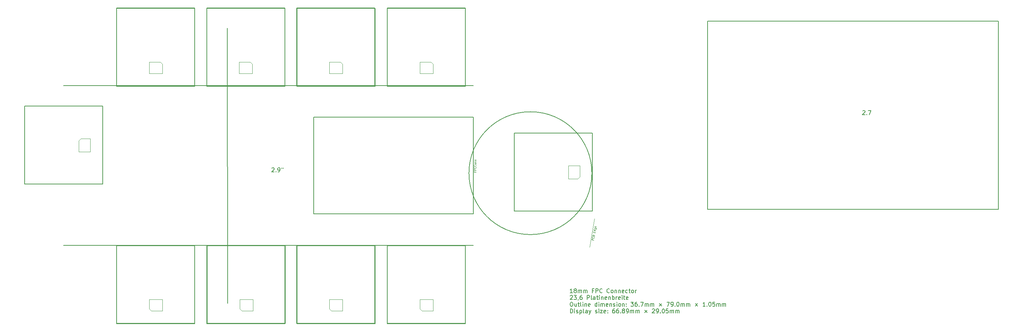
<source format=gbr>
%TF.GenerationSoftware,KiCad,Pcbnew,(5.1.10)-1*%
%TF.CreationDate,2022-02-17T21:55:53+01:00*%
%TF.ProjectId,keyboardEink,6b657962-6f61-4726-9445-696e6b2e6b69,rev?*%
%TF.SameCoordinates,Original*%
%TF.FileFunction,OtherDrawing,Comment*%
%FSLAX46Y46*%
G04 Gerber Fmt 4.6, Leading zero omitted, Abs format (unit mm)*
G04 Created by KiCad (PCBNEW (5.1.10)-1) date 2022-02-17 21:55:53*
%MOMM*%
%LPD*%
G01*
G04 APERTURE LIST*
%ADD10C,0.150000*%
%ADD11C,0.100000*%
%ADD12C,0.120000*%
%ADD13C,0.080000*%
G04 APERTURE END LIST*
D10*
X100000000Y-121450000D02*
X200000000Y-121450000D01*
X100000000Y-82450000D02*
X200000000Y-82450000D01*
X224223404Y-133025380D02*
X223651976Y-133025380D01*
X223937690Y-133025380D02*
X223937690Y-132025380D01*
X223842452Y-132168238D01*
X223747214Y-132263476D01*
X223651976Y-132311095D01*
X224794833Y-132453952D02*
X224699595Y-132406333D01*
X224651976Y-132358714D01*
X224604357Y-132263476D01*
X224604357Y-132215857D01*
X224651976Y-132120619D01*
X224699595Y-132073000D01*
X224794833Y-132025380D01*
X224985309Y-132025380D01*
X225080547Y-132073000D01*
X225128166Y-132120619D01*
X225175785Y-132215857D01*
X225175785Y-132263476D01*
X225128166Y-132358714D01*
X225080547Y-132406333D01*
X224985309Y-132453952D01*
X224794833Y-132453952D01*
X224699595Y-132501571D01*
X224651976Y-132549190D01*
X224604357Y-132644428D01*
X224604357Y-132834904D01*
X224651976Y-132930142D01*
X224699595Y-132977761D01*
X224794833Y-133025380D01*
X224985309Y-133025380D01*
X225080547Y-132977761D01*
X225128166Y-132930142D01*
X225175785Y-132834904D01*
X225175785Y-132644428D01*
X225128166Y-132549190D01*
X225080547Y-132501571D01*
X224985309Y-132453952D01*
X225604357Y-133025380D02*
X225604357Y-132358714D01*
X225604357Y-132453952D02*
X225651976Y-132406333D01*
X225747214Y-132358714D01*
X225890071Y-132358714D01*
X225985309Y-132406333D01*
X226032928Y-132501571D01*
X226032928Y-133025380D01*
X226032928Y-132501571D02*
X226080547Y-132406333D01*
X226175785Y-132358714D01*
X226318642Y-132358714D01*
X226413880Y-132406333D01*
X226461500Y-132501571D01*
X226461500Y-133025380D01*
X226937690Y-133025380D02*
X226937690Y-132358714D01*
X226937690Y-132453952D02*
X226985309Y-132406333D01*
X227080547Y-132358714D01*
X227223404Y-132358714D01*
X227318642Y-132406333D01*
X227366261Y-132501571D01*
X227366261Y-133025380D01*
X227366261Y-132501571D02*
X227413880Y-132406333D01*
X227509119Y-132358714D01*
X227651976Y-132358714D01*
X227747214Y-132406333D01*
X227794833Y-132501571D01*
X227794833Y-133025380D01*
X229366261Y-132501571D02*
X229032928Y-132501571D01*
X229032928Y-133025380D02*
X229032928Y-132025380D01*
X229509119Y-132025380D01*
X229890071Y-133025380D02*
X229890071Y-132025380D01*
X230271023Y-132025380D01*
X230366261Y-132073000D01*
X230413880Y-132120619D01*
X230461500Y-132215857D01*
X230461500Y-132358714D01*
X230413880Y-132453952D01*
X230366261Y-132501571D01*
X230271023Y-132549190D01*
X229890071Y-132549190D01*
X231461500Y-132930142D02*
X231413880Y-132977761D01*
X231271023Y-133025380D01*
X231175785Y-133025380D01*
X231032928Y-132977761D01*
X230937690Y-132882523D01*
X230890071Y-132787285D01*
X230842452Y-132596809D01*
X230842452Y-132453952D01*
X230890071Y-132263476D01*
X230937690Y-132168238D01*
X231032928Y-132073000D01*
X231175785Y-132025380D01*
X231271023Y-132025380D01*
X231413880Y-132073000D01*
X231461500Y-132120619D01*
X233223404Y-132930142D02*
X233175785Y-132977761D01*
X233032928Y-133025380D01*
X232937690Y-133025380D01*
X232794833Y-132977761D01*
X232699595Y-132882523D01*
X232651976Y-132787285D01*
X232604357Y-132596809D01*
X232604357Y-132453952D01*
X232651976Y-132263476D01*
X232699595Y-132168238D01*
X232794833Y-132073000D01*
X232937690Y-132025380D01*
X233032928Y-132025380D01*
X233175785Y-132073000D01*
X233223404Y-132120619D01*
X233794833Y-133025380D02*
X233699595Y-132977761D01*
X233651976Y-132930142D01*
X233604357Y-132834904D01*
X233604357Y-132549190D01*
X233651976Y-132453952D01*
X233699595Y-132406333D01*
X233794833Y-132358714D01*
X233937690Y-132358714D01*
X234032928Y-132406333D01*
X234080547Y-132453952D01*
X234128166Y-132549190D01*
X234128166Y-132834904D01*
X234080547Y-132930142D01*
X234032928Y-132977761D01*
X233937690Y-133025380D01*
X233794833Y-133025380D01*
X234556738Y-132358714D02*
X234556738Y-133025380D01*
X234556738Y-132453952D02*
X234604357Y-132406333D01*
X234699595Y-132358714D01*
X234842452Y-132358714D01*
X234937690Y-132406333D01*
X234985309Y-132501571D01*
X234985309Y-133025380D01*
X235461500Y-132358714D02*
X235461500Y-133025380D01*
X235461500Y-132453952D02*
X235509119Y-132406333D01*
X235604357Y-132358714D01*
X235747214Y-132358714D01*
X235842452Y-132406333D01*
X235890071Y-132501571D01*
X235890071Y-133025380D01*
X236747214Y-132977761D02*
X236651976Y-133025380D01*
X236461500Y-133025380D01*
X236366261Y-132977761D01*
X236318642Y-132882523D01*
X236318642Y-132501571D01*
X236366261Y-132406333D01*
X236461500Y-132358714D01*
X236651976Y-132358714D01*
X236747214Y-132406333D01*
X236794833Y-132501571D01*
X236794833Y-132596809D01*
X236318642Y-132692047D01*
X237651976Y-132977761D02*
X237556738Y-133025380D01*
X237366261Y-133025380D01*
X237271023Y-132977761D01*
X237223404Y-132930142D01*
X237175785Y-132834904D01*
X237175785Y-132549190D01*
X237223404Y-132453952D01*
X237271023Y-132406333D01*
X237366261Y-132358714D01*
X237556738Y-132358714D01*
X237651976Y-132406333D01*
X237937690Y-132358714D02*
X238318642Y-132358714D01*
X238080547Y-132025380D02*
X238080547Y-132882523D01*
X238128166Y-132977761D01*
X238223404Y-133025380D01*
X238318642Y-133025380D01*
X238794833Y-133025380D02*
X238699595Y-132977761D01*
X238651976Y-132930142D01*
X238604357Y-132834904D01*
X238604357Y-132549190D01*
X238651976Y-132453952D01*
X238699595Y-132406333D01*
X238794833Y-132358714D01*
X238937690Y-132358714D01*
X239032928Y-132406333D01*
X239080547Y-132453952D01*
X239128166Y-132549190D01*
X239128166Y-132834904D01*
X239080547Y-132930142D01*
X239032928Y-132977761D01*
X238937690Y-133025380D01*
X238794833Y-133025380D01*
X239556738Y-133025380D02*
X239556738Y-132358714D01*
X239556738Y-132549190D02*
X239604357Y-132453952D01*
X239651976Y-132406333D01*
X239747214Y-132358714D01*
X239842452Y-132358714D01*
X223651976Y-133770619D02*
X223699595Y-133723000D01*
X223794833Y-133675380D01*
X224032928Y-133675380D01*
X224128166Y-133723000D01*
X224175785Y-133770619D01*
X224223404Y-133865857D01*
X224223404Y-133961095D01*
X224175785Y-134103952D01*
X223604357Y-134675380D01*
X224223404Y-134675380D01*
X224556738Y-133675380D02*
X225175785Y-133675380D01*
X224842452Y-134056333D01*
X224985309Y-134056333D01*
X225080547Y-134103952D01*
X225128166Y-134151571D01*
X225175785Y-134246809D01*
X225175785Y-134484904D01*
X225128166Y-134580142D01*
X225080547Y-134627761D01*
X224985309Y-134675380D01*
X224699595Y-134675380D01*
X224604357Y-134627761D01*
X224556738Y-134580142D01*
X225651976Y-134627761D02*
X225651976Y-134675380D01*
X225604357Y-134770619D01*
X225556738Y-134818238D01*
X226509119Y-133675380D02*
X226318642Y-133675380D01*
X226223404Y-133723000D01*
X226175785Y-133770619D01*
X226080547Y-133913476D01*
X226032928Y-134103952D01*
X226032928Y-134484904D01*
X226080547Y-134580142D01*
X226128166Y-134627761D01*
X226223404Y-134675380D01*
X226413880Y-134675380D01*
X226509119Y-134627761D01*
X226556738Y-134580142D01*
X226604357Y-134484904D01*
X226604357Y-134246809D01*
X226556738Y-134151571D01*
X226509119Y-134103952D01*
X226413880Y-134056333D01*
X226223404Y-134056333D01*
X226128166Y-134103952D01*
X226080547Y-134151571D01*
X226032928Y-134246809D01*
X227794833Y-134675380D02*
X227794833Y-133675380D01*
X228175785Y-133675380D01*
X228271023Y-133723000D01*
X228318642Y-133770619D01*
X228366261Y-133865857D01*
X228366261Y-134008714D01*
X228318642Y-134103952D01*
X228271023Y-134151571D01*
X228175785Y-134199190D01*
X227794833Y-134199190D01*
X228937690Y-134675380D02*
X228842452Y-134627761D01*
X228794833Y-134532523D01*
X228794833Y-133675380D01*
X229747214Y-134675380D02*
X229747214Y-134151571D01*
X229699595Y-134056333D01*
X229604357Y-134008714D01*
X229413880Y-134008714D01*
X229318642Y-134056333D01*
X229747214Y-134627761D02*
X229651976Y-134675380D01*
X229413880Y-134675380D01*
X229318642Y-134627761D01*
X229271023Y-134532523D01*
X229271023Y-134437285D01*
X229318642Y-134342047D01*
X229413880Y-134294428D01*
X229651976Y-134294428D01*
X229747214Y-134246809D01*
X230080547Y-134008714D02*
X230461500Y-134008714D01*
X230223404Y-133675380D02*
X230223404Y-134532523D01*
X230271023Y-134627761D01*
X230366261Y-134675380D01*
X230461500Y-134675380D01*
X230794833Y-134675380D02*
X230794833Y-134008714D01*
X230794833Y-133675380D02*
X230747214Y-133723000D01*
X230794833Y-133770619D01*
X230842452Y-133723000D01*
X230794833Y-133675380D01*
X230794833Y-133770619D01*
X231271023Y-134008714D02*
X231271023Y-134675380D01*
X231271023Y-134103952D02*
X231318642Y-134056333D01*
X231413880Y-134008714D01*
X231556738Y-134008714D01*
X231651976Y-134056333D01*
X231699595Y-134151571D01*
X231699595Y-134675380D01*
X232556738Y-134627761D02*
X232461500Y-134675380D01*
X232271023Y-134675380D01*
X232175785Y-134627761D01*
X232128166Y-134532523D01*
X232128166Y-134151571D01*
X232175785Y-134056333D01*
X232271023Y-134008714D01*
X232461500Y-134008714D01*
X232556738Y-134056333D01*
X232604357Y-134151571D01*
X232604357Y-134246809D01*
X232128166Y-134342047D01*
X233032928Y-134008714D02*
X233032928Y-134675380D01*
X233032928Y-134103952D02*
X233080547Y-134056333D01*
X233175785Y-134008714D01*
X233318642Y-134008714D01*
X233413880Y-134056333D01*
X233461500Y-134151571D01*
X233461500Y-134675380D01*
X233937690Y-134675380D02*
X233937690Y-133675380D01*
X233937690Y-134056333D02*
X234032928Y-134008714D01*
X234223404Y-134008714D01*
X234318642Y-134056333D01*
X234366261Y-134103952D01*
X234413880Y-134199190D01*
X234413880Y-134484904D01*
X234366261Y-134580142D01*
X234318642Y-134627761D01*
X234223404Y-134675380D01*
X234032928Y-134675380D01*
X233937690Y-134627761D01*
X234842452Y-134675380D02*
X234842452Y-134008714D01*
X234842452Y-134199190D02*
X234890071Y-134103952D01*
X234937690Y-134056333D01*
X235032928Y-134008714D01*
X235128166Y-134008714D01*
X235842452Y-134627761D02*
X235747214Y-134675380D01*
X235556738Y-134675380D01*
X235461500Y-134627761D01*
X235413880Y-134532523D01*
X235413880Y-134151571D01*
X235461500Y-134056333D01*
X235556738Y-134008714D01*
X235747214Y-134008714D01*
X235842452Y-134056333D01*
X235890071Y-134151571D01*
X235890071Y-134246809D01*
X235413880Y-134342047D01*
X236318642Y-134675380D02*
X236318642Y-134008714D01*
X236318642Y-133675380D02*
X236271023Y-133723000D01*
X236318642Y-133770619D01*
X236366261Y-133723000D01*
X236318642Y-133675380D01*
X236318642Y-133770619D01*
X236651976Y-134008714D02*
X237032928Y-134008714D01*
X236794833Y-133675380D02*
X236794833Y-134532523D01*
X236842452Y-134627761D01*
X236937690Y-134675380D01*
X237032928Y-134675380D01*
X237747214Y-134627761D02*
X237651976Y-134675380D01*
X237461500Y-134675380D01*
X237366261Y-134627761D01*
X237318642Y-134532523D01*
X237318642Y-134151571D01*
X237366261Y-134056333D01*
X237461500Y-134008714D01*
X237651976Y-134008714D01*
X237747214Y-134056333D01*
X237794833Y-134151571D01*
X237794833Y-134246809D01*
X237318642Y-134342047D01*
X223890071Y-135325380D02*
X224080547Y-135325380D01*
X224175785Y-135373000D01*
X224271023Y-135468238D01*
X224318642Y-135658714D01*
X224318642Y-135992047D01*
X224271023Y-136182523D01*
X224175785Y-136277761D01*
X224080547Y-136325380D01*
X223890071Y-136325380D01*
X223794833Y-136277761D01*
X223699595Y-136182523D01*
X223651976Y-135992047D01*
X223651976Y-135658714D01*
X223699595Y-135468238D01*
X223794833Y-135373000D01*
X223890071Y-135325380D01*
X225175785Y-135658714D02*
X225175785Y-136325380D01*
X224747214Y-135658714D02*
X224747214Y-136182523D01*
X224794833Y-136277761D01*
X224890071Y-136325380D01*
X225032928Y-136325380D01*
X225128166Y-136277761D01*
X225175785Y-136230142D01*
X225509119Y-135658714D02*
X225890071Y-135658714D01*
X225651976Y-135325380D02*
X225651976Y-136182523D01*
X225699595Y-136277761D01*
X225794833Y-136325380D01*
X225890071Y-136325380D01*
X226366261Y-136325380D02*
X226271023Y-136277761D01*
X226223404Y-136182523D01*
X226223404Y-135325380D01*
X226747214Y-136325380D02*
X226747214Y-135658714D01*
X226747214Y-135325380D02*
X226699595Y-135373000D01*
X226747214Y-135420619D01*
X226794833Y-135373000D01*
X226747214Y-135325380D01*
X226747214Y-135420619D01*
X227223404Y-135658714D02*
X227223404Y-136325380D01*
X227223404Y-135753952D02*
X227271023Y-135706333D01*
X227366261Y-135658714D01*
X227509119Y-135658714D01*
X227604357Y-135706333D01*
X227651976Y-135801571D01*
X227651976Y-136325380D01*
X228509119Y-136277761D02*
X228413880Y-136325380D01*
X228223404Y-136325380D01*
X228128166Y-136277761D01*
X228080547Y-136182523D01*
X228080547Y-135801571D01*
X228128166Y-135706333D01*
X228223404Y-135658714D01*
X228413880Y-135658714D01*
X228509119Y-135706333D01*
X228556738Y-135801571D01*
X228556738Y-135896809D01*
X228080547Y-135992047D01*
X230175785Y-136325380D02*
X230175785Y-135325380D01*
X230175785Y-136277761D02*
X230080547Y-136325380D01*
X229890071Y-136325380D01*
X229794833Y-136277761D01*
X229747214Y-136230142D01*
X229699595Y-136134904D01*
X229699595Y-135849190D01*
X229747214Y-135753952D01*
X229794833Y-135706333D01*
X229890071Y-135658714D01*
X230080547Y-135658714D01*
X230175785Y-135706333D01*
X230651976Y-136325380D02*
X230651976Y-135658714D01*
X230651976Y-135325380D02*
X230604357Y-135373000D01*
X230651976Y-135420619D01*
X230699595Y-135373000D01*
X230651976Y-135325380D01*
X230651976Y-135420619D01*
X231128166Y-136325380D02*
X231128166Y-135658714D01*
X231128166Y-135753952D02*
X231175785Y-135706333D01*
X231271023Y-135658714D01*
X231413880Y-135658714D01*
X231509119Y-135706333D01*
X231556738Y-135801571D01*
X231556738Y-136325380D01*
X231556738Y-135801571D02*
X231604357Y-135706333D01*
X231699595Y-135658714D01*
X231842452Y-135658714D01*
X231937690Y-135706333D01*
X231985309Y-135801571D01*
X231985309Y-136325380D01*
X232842452Y-136277761D02*
X232747214Y-136325380D01*
X232556738Y-136325380D01*
X232461500Y-136277761D01*
X232413880Y-136182523D01*
X232413880Y-135801571D01*
X232461500Y-135706333D01*
X232556738Y-135658714D01*
X232747214Y-135658714D01*
X232842452Y-135706333D01*
X232890071Y-135801571D01*
X232890071Y-135896809D01*
X232413880Y-135992047D01*
X233318642Y-135658714D02*
X233318642Y-136325380D01*
X233318642Y-135753952D02*
X233366261Y-135706333D01*
X233461500Y-135658714D01*
X233604357Y-135658714D01*
X233699595Y-135706333D01*
X233747214Y-135801571D01*
X233747214Y-136325380D01*
X234175785Y-136277761D02*
X234271023Y-136325380D01*
X234461500Y-136325380D01*
X234556738Y-136277761D01*
X234604357Y-136182523D01*
X234604357Y-136134904D01*
X234556738Y-136039666D01*
X234461500Y-135992047D01*
X234318642Y-135992047D01*
X234223404Y-135944428D01*
X234175785Y-135849190D01*
X234175785Y-135801571D01*
X234223404Y-135706333D01*
X234318642Y-135658714D01*
X234461500Y-135658714D01*
X234556738Y-135706333D01*
X235032928Y-136325380D02*
X235032928Y-135658714D01*
X235032928Y-135325380D02*
X234985309Y-135373000D01*
X235032928Y-135420619D01*
X235080547Y-135373000D01*
X235032928Y-135325380D01*
X235032928Y-135420619D01*
X235651976Y-136325380D02*
X235556738Y-136277761D01*
X235509119Y-136230142D01*
X235461500Y-136134904D01*
X235461500Y-135849190D01*
X235509119Y-135753952D01*
X235556738Y-135706333D01*
X235651976Y-135658714D01*
X235794833Y-135658714D01*
X235890071Y-135706333D01*
X235937690Y-135753952D01*
X235985309Y-135849190D01*
X235985309Y-136134904D01*
X235937690Y-136230142D01*
X235890071Y-136277761D01*
X235794833Y-136325380D01*
X235651976Y-136325380D01*
X236413880Y-135658714D02*
X236413880Y-136325380D01*
X236413880Y-135753952D02*
X236461500Y-135706333D01*
X236556738Y-135658714D01*
X236699595Y-135658714D01*
X236794833Y-135706333D01*
X236842452Y-135801571D01*
X236842452Y-136325380D01*
X237318642Y-136230142D02*
X237366261Y-136277761D01*
X237318642Y-136325380D01*
X237271023Y-136277761D01*
X237318642Y-136230142D01*
X237318642Y-136325380D01*
X237318642Y-135706333D02*
X237366261Y-135753952D01*
X237318642Y-135801571D01*
X237271023Y-135753952D01*
X237318642Y-135706333D01*
X237318642Y-135801571D01*
X238461500Y-135325380D02*
X239080547Y-135325380D01*
X238747214Y-135706333D01*
X238890071Y-135706333D01*
X238985309Y-135753952D01*
X239032928Y-135801571D01*
X239080547Y-135896809D01*
X239080547Y-136134904D01*
X239032928Y-136230142D01*
X238985309Y-136277761D01*
X238890071Y-136325380D01*
X238604357Y-136325380D01*
X238509119Y-136277761D01*
X238461500Y-136230142D01*
X239937690Y-135325380D02*
X239747214Y-135325380D01*
X239651976Y-135373000D01*
X239604357Y-135420619D01*
X239509119Y-135563476D01*
X239461500Y-135753952D01*
X239461500Y-136134904D01*
X239509119Y-136230142D01*
X239556738Y-136277761D01*
X239651976Y-136325380D01*
X239842452Y-136325380D01*
X239937690Y-136277761D01*
X239985309Y-136230142D01*
X240032928Y-136134904D01*
X240032928Y-135896809D01*
X239985309Y-135801571D01*
X239937690Y-135753952D01*
X239842452Y-135706333D01*
X239651976Y-135706333D01*
X239556738Y-135753952D01*
X239509119Y-135801571D01*
X239461500Y-135896809D01*
X240461500Y-136230142D02*
X240509119Y-136277761D01*
X240461500Y-136325380D01*
X240413880Y-136277761D01*
X240461500Y-136230142D01*
X240461500Y-136325380D01*
X240842452Y-135325380D02*
X241509119Y-135325380D01*
X241080547Y-136325380D01*
X241890071Y-136325380D02*
X241890071Y-135658714D01*
X241890071Y-135753952D02*
X241937690Y-135706333D01*
X242032928Y-135658714D01*
X242175785Y-135658714D01*
X242271023Y-135706333D01*
X242318642Y-135801571D01*
X242318642Y-136325380D01*
X242318642Y-135801571D02*
X242366261Y-135706333D01*
X242461500Y-135658714D01*
X242604357Y-135658714D01*
X242699595Y-135706333D01*
X242747214Y-135801571D01*
X242747214Y-136325380D01*
X243223404Y-136325380D02*
X243223404Y-135658714D01*
X243223404Y-135753952D02*
X243271023Y-135706333D01*
X243366261Y-135658714D01*
X243509119Y-135658714D01*
X243604357Y-135706333D01*
X243651976Y-135801571D01*
X243651976Y-136325380D01*
X243651976Y-135801571D02*
X243699595Y-135706333D01*
X243794833Y-135658714D01*
X243937690Y-135658714D01*
X244032928Y-135706333D01*
X244080547Y-135801571D01*
X244080547Y-136325380D01*
X245413880Y-135658714D02*
X245985309Y-136230142D01*
X245985309Y-135658714D02*
X245413880Y-136230142D01*
X247223404Y-135325380D02*
X247890071Y-135325380D01*
X247461500Y-136325380D01*
X248318642Y-136325380D02*
X248509119Y-136325380D01*
X248604357Y-136277761D01*
X248651976Y-136230142D01*
X248747214Y-136087285D01*
X248794833Y-135896809D01*
X248794833Y-135515857D01*
X248747214Y-135420619D01*
X248699595Y-135373000D01*
X248604357Y-135325380D01*
X248413880Y-135325380D01*
X248318642Y-135373000D01*
X248271023Y-135420619D01*
X248223404Y-135515857D01*
X248223404Y-135753952D01*
X248271023Y-135849190D01*
X248318642Y-135896809D01*
X248413880Y-135944428D01*
X248604357Y-135944428D01*
X248699595Y-135896809D01*
X248747214Y-135849190D01*
X248794833Y-135753952D01*
X249223404Y-136230142D02*
X249271023Y-136277761D01*
X249223404Y-136325380D01*
X249175785Y-136277761D01*
X249223404Y-136230142D01*
X249223404Y-136325380D01*
X249890071Y-135325380D02*
X249985309Y-135325380D01*
X250080547Y-135373000D01*
X250128166Y-135420619D01*
X250175785Y-135515857D01*
X250223404Y-135706333D01*
X250223404Y-135944428D01*
X250175785Y-136134904D01*
X250128166Y-136230142D01*
X250080547Y-136277761D01*
X249985309Y-136325380D01*
X249890071Y-136325380D01*
X249794833Y-136277761D01*
X249747214Y-136230142D01*
X249699595Y-136134904D01*
X249651976Y-135944428D01*
X249651976Y-135706333D01*
X249699595Y-135515857D01*
X249747214Y-135420619D01*
X249794833Y-135373000D01*
X249890071Y-135325380D01*
X250651976Y-136325380D02*
X250651976Y-135658714D01*
X250651976Y-135753952D02*
X250699595Y-135706333D01*
X250794833Y-135658714D01*
X250937690Y-135658714D01*
X251032928Y-135706333D01*
X251080547Y-135801571D01*
X251080547Y-136325380D01*
X251080547Y-135801571D02*
X251128166Y-135706333D01*
X251223404Y-135658714D01*
X251366261Y-135658714D01*
X251461500Y-135706333D01*
X251509119Y-135801571D01*
X251509119Y-136325380D01*
X251985309Y-136325380D02*
X251985309Y-135658714D01*
X251985309Y-135753952D02*
X252032928Y-135706333D01*
X252128166Y-135658714D01*
X252271023Y-135658714D01*
X252366261Y-135706333D01*
X252413880Y-135801571D01*
X252413880Y-136325380D01*
X252413880Y-135801571D02*
X252461500Y-135706333D01*
X252556738Y-135658714D01*
X252699595Y-135658714D01*
X252794833Y-135706333D01*
X252842452Y-135801571D01*
X252842452Y-136325380D01*
X254175785Y-135658714D02*
X254747214Y-136230142D01*
X254747214Y-135658714D02*
X254175785Y-136230142D01*
X256604357Y-136325380D02*
X256032928Y-136325380D01*
X256318642Y-136325380D02*
X256318642Y-135325380D01*
X256223404Y-135468238D01*
X256128166Y-135563476D01*
X256032928Y-135611095D01*
X257032928Y-136230142D02*
X257080547Y-136277761D01*
X257032928Y-136325380D01*
X256985309Y-136277761D01*
X257032928Y-136230142D01*
X257032928Y-136325380D01*
X257699595Y-135325380D02*
X257794833Y-135325380D01*
X257890071Y-135373000D01*
X257937690Y-135420619D01*
X257985309Y-135515857D01*
X258032928Y-135706333D01*
X258032928Y-135944428D01*
X257985309Y-136134904D01*
X257937690Y-136230142D01*
X257890071Y-136277761D01*
X257794833Y-136325380D01*
X257699595Y-136325380D01*
X257604357Y-136277761D01*
X257556738Y-136230142D01*
X257509119Y-136134904D01*
X257461500Y-135944428D01*
X257461500Y-135706333D01*
X257509119Y-135515857D01*
X257556738Y-135420619D01*
X257604357Y-135373000D01*
X257699595Y-135325380D01*
X258937690Y-135325380D02*
X258461500Y-135325380D01*
X258413880Y-135801571D01*
X258461500Y-135753952D01*
X258556738Y-135706333D01*
X258794833Y-135706333D01*
X258890071Y-135753952D01*
X258937690Y-135801571D01*
X258985309Y-135896809D01*
X258985309Y-136134904D01*
X258937690Y-136230142D01*
X258890071Y-136277761D01*
X258794833Y-136325380D01*
X258556738Y-136325380D01*
X258461500Y-136277761D01*
X258413880Y-136230142D01*
X259413880Y-136325380D02*
X259413880Y-135658714D01*
X259413880Y-135753952D02*
X259461500Y-135706333D01*
X259556738Y-135658714D01*
X259699595Y-135658714D01*
X259794833Y-135706333D01*
X259842452Y-135801571D01*
X259842452Y-136325380D01*
X259842452Y-135801571D02*
X259890071Y-135706333D01*
X259985309Y-135658714D01*
X260128166Y-135658714D01*
X260223404Y-135706333D01*
X260271023Y-135801571D01*
X260271023Y-136325380D01*
X260747214Y-136325380D02*
X260747214Y-135658714D01*
X260747214Y-135753952D02*
X260794833Y-135706333D01*
X260890071Y-135658714D01*
X261032928Y-135658714D01*
X261128166Y-135706333D01*
X261175785Y-135801571D01*
X261175785Y-136325380D01*
X261175785Y-135801571D02*
X261223404Y-135706333D01*
X261318642Y-135658714D01*
X261461500Y-135658714D01*
X261556738Y-135706333D01*
X261604357Y-135801571D01*
X261604357Y-136325380D01*
X223699595Y-137975380D02*
X223699595Y-136975380D01*
X223937690Y-136975380D01*
X224080547Y-137023000D01*
X224175785Y-137118238D01*
X224223404Y-137213476D01*
X224271023Y-137403952D01*
X224271023Y-137546809D01*
X224223404Y-137737285D01*
X224175785Y-137832523D01*
X224080547Y-137927761D01*
X223937690Y-137975380D01*
X223699595Y-137975380D01*
X224699595Y-137975380D02*
X224699595Y-137308714D01*
X224699595Y-136975380D02*
X224651976Y-137023000D01*
X224699595Y-137070619D01*
X224747214Y-137023000D01*
X224699595Y-136975380D01*
X224699595Y-137070619D01*
X225128166Y-137927761D02*
X225223404Y-137975380D01*
X225413880Y-137975380D01*
X225509119Y-137927761D01*
X225556738Y-137832523D01*
X225556738Y-137784904D01*
X225509119Y-137689666D01*
X225413880Y-137642047D01*
X225271023Y-137642047D01*
X225175785Y-137594428D01*
X225128166Y-137499190D01*
X225128166Y-137451571D01*
X225175785Y-137356333D01*
X225271023Y-137308714D01*
X225413880Y-137308714D01*
X225509119Y-137356333D01*
X225985309Y-137308714D02*
X225985309Y-138308714D01*
X225985309Y-137356333D02*
X226080547Y-137308714D01*
X226271023Y-137308714D01*
X226366261Y-137356333D01*
X226413880Y-137403952D01*
X226461500Y-137499190D01*
X226461500Y-137784904D01*
X226413880Y-137880142D01*
X226366261Y-137927761D01*
X226271023Y-137975380D01*
X226080547Y-137975380D01*
X225985309Y-137927761D01*
X227032928Y-137975380D02*
X226937690Y-137927761D01*
X226890071Y-137832523D01*
X226890071Y-136975380D01*
X227842452Y-137975380D02*
X227842452Y-137451571D01*
X227794833Y-137356333D01*
X227699595Y-137308714D01*
X227509119Y-137308714D01*
X227413880Y-137356333D01*
X227842452Y-137927761D02*
X227747214Y-137975380D01*
X227509119Y-137975380D01*
X227413880Y-137927761D01*
X227366261Y-137832523D01*
X227366261Y-137737285D01*
X227413880Y-137642047D01*
X227509119Y-137594428D01*
X227747214Y-137594428D01*
X227842452Y-137546809D01*
X228223404Y-137308714D02*
X228461500Y-137975380D01*
X228699595Y-137308714D02*
X228461500Y-137975380D01*
X228366261Y-138213476D01*
X228318642Y-138261095D01*
X228223404Y-138308714D01*
X229794833Y-137927761D02*
X229890071Y-137975380D01*
X230080547Y-137975380D01*
X230175785Y-137927761D01*
X230223404Y-137832523D01*
X230223404Y-137784904D01*
X230175785Y-137689666D01*
X230080547Y-137642047D01*
X229937690Y-137642047D01*
X229842452Y-137594428D01*
X229794833Y-137499190D01*
X229794833Y-137451571D01*
X229842452Y-137356333D01*
X229937690Y-137308714D01*
X230080547Y-137308714D01*
X230175785Y-137356333D01*
X230651976Y-137975380D02*
X230651976Y-137308714D01*
X230651976Y-136975380D02*
X230604357Y-137023000D01*
X230651976Y-137070619D01*
X230699595Y-137023000D01*
X230651976Y-136975380D01*
X230651976Y-137070619D01*
X231032928Y-137308714D02*
X231556738Y-137308714D01*
X231032928Y-137975380D01*
X231556738Y-137975380D01*
X232318642Y-137927761D02*
X232223404Y-137975380D01*
X232032928Y-137975380D01*
X231937690Y-137927761D01*
X231890071Y-137832523D01*
X231890071Y-137451571D01*
X231937690Y-137356333D01*
X232032928Y-137308714D01*
X232223404Y-137308714D01*
X232318642Y-137356333D01*
X232366261Y-137451571D01*
X232366261Y-137546809D01*
X231890071Y-137642047D01*
X232794833Y-137880142D02*
X232842452Y-137927761D01*
X232794833Y-137975380D01*
X232747214Y-137927761D01*
X232794833Y-137880142D01*
X232794833Y-137975380D01*
X232794833Y-137356333D02*
X232842452Y-137403952D01*
X232794833Y-137451571D01*
X232747214Y-137403952D01*
X232794833Y-137356333D01*
X232794833Y-137451571D01*
X234461500Y-136975380D02*
X234271023Y-136975380D01*
X234175785Y-137023000D01*
X234128166Y-137070619D01*
X234032928Y-137213476D01*
X233985309Y-137403952D01*
X233985309Y-137784904D01*
X234032928Y-137880142D01*
X234080547Y-137927761D01*
X234175785Y-137975380D01*
X234366261Y-137975380D01*
X234461500Y-137927761D01*
X234509119Y-137880142D01*
X234556738Y-137784904D01*
X234556738Y-137546809D01*
X234509119Y-137451571D01*
X234461500Y-137403952D01*
X234366261Y-137356333D01*
X234175785Y-137356333D01*
X234080547Y-137403952D01*
X234032928Y-137451571D01*
X233985309Y-137546809D01*
X235413880Y-136975380D02*
X235223404Y-136975380D01*
X235128166Y-137023000D01*
X235080547Y-137070619D01*
X234985309Y-137213476D01*
X234937690Y-137403952D01*
X234937690Y-137784904D01*
X234985309Y-137880142D01*
X235032928Y-137927761D01*
X235128166Y-137975380D01*
X235318642Y-137975380D01*
X235413880Y-137927761D01*
X235461500Y-137880142D01*
X235509119Y-137784904D01*
X235509119Y-137546809D01*
X235461500Y-137451571D01*
X235413880Y-137403952D01*
X235318642Y-137356333D01*
X235128166Y-137356333D01*
X235032928Y-137403952D01*
X234985309Y-137451571D01*
X234937690Y-137546809D01*
X235937690Y-137880142D02*
X235985309Y-137927761D01*
X235937690Y-137975380D01*
X235890071Y-137927761D01*
X235937690Y-137880142D01*
X235937690Y-137975380D01*
X236556738Y-137403952D02*
X236461500Y-137356333D01*
X236413880Y-137308714D01*
X236366261Y-137213476D01*
X236366261Y-137165857D01*
X236413880Y-137070619D01*
X236461500Y-137023000D01*
X236556738Y-136975380D01*
X236747214Y-136975380D01*
X236842452Y-137023000D01*
X236890071Y-137070619D01*
X236937690Y-137165857D01*
X236937690Y-137213476D01*
X236890071Y-137308714D01*
X236842452Y-137356333D01*
X236747214Y-137403952D01*
X236556738Y-137403952D01*
X236461500Y-137451571D01*
X236413880Y-137499190D01*
X236366261Y-137594428D01*
X236366261Y-137784904D01*
X236413880Y-137880142D01*
X236461500Y-137927761D01*
X236556738Y-137975380D01*
X236747214Y-137975380D01*
X236842452Y-137927761D01*
X236890071Y-137880142D01*
X236937690Y-137784904D01*
X236937690Y-137594428D01*
X236890071Y-137499190D01*
X236842452Y-137451571D01*
X236747214Y-137403952D01*
X237413880Y-137975380D02*
X237604357Y-137975380D01*
X237699595Y-137927761D01*
X237747214Y-137880142D01*
X237842452Y-137737285D01*
X237890071Y-137546809D01*
X237890071Y-137165857D01*
X237842452Y-137070619D01*
X237794833Y-137023000D01*
X237699595Y-136975380D01*
X237509119Y-136975380D01*
X237413880Y-137023000D01*
X237366261Y-137070619D01*
X237318642Y-137165857D01*
X237318642Y-137403952D01*
X237366261Y-137499190D01*
X237413880Y-137546809D01*
X237509119Y-137594428D01*
X237699595Y-137594428D01*
X237794833Y-137546809D01*
X237842452Y-137499190D01*
X237890071Y-137403952D01*
X238318642Y-137975380D02*
X238318642Y-137308714D01*
X238318642Y-137403952D02*
X238366261Y-137356333D01*
X238461500Y-137308714D01*
X238604357Y-137308714D01*
X238699595Y-137356333D01*
X238747214Y-137451571D01*
X238747214Y-137975380D01*
X238747214Y-137451571D02*
X238794833Y-137356333D01*
X238890071Y-137308714D01*
X239032928Y-137308714D01*
X239128166Y-137356333D01*
X239175785Y-137451571D01*
X239175785Y-137975380D01*
X239651976Y-137975380D02*
X239651976Y-137308714D01*
X239651976Y-137403952D02*
X239699595Y-137356333D01*
X239794833Y-137308714D01*
X239937690Y-137308714D01*
X240032928Y-137356333D01*
X240080547Y-137451571D01*
X240080547Y-137975380D01*
X240080547Y-137451571D02*
X240128166Y-137356333D01*
X240223404Y-137308714D01*
X240366261Y-137308714D01*
X240461500Y-137356333D01*
X240509119Y-137451571D01*
X240509119Y-137975380D01*
X241842452Y-137308714D02*
X242413880Y-137880142D01*
X242413880Y-137308714D02*
X241842452Y-137880142D01*
X243699595Y-137070619D02*
X243747214Y-137023000D01*
X243842452Y-136975380D01*
X244080547Y-136975380D01*
X244175785Y-137023000D01*
X244223404Y-137070619D01*
X244271023Y-137165857D01*
X244271023Y-137261095D01*
X244223404Y-137403952D01*
X243651976Y-137975380D01*
X244271023Y-137975380D01*
X244747214Y-137975380D02*
X244937690Y-137975380D01*
X245032928Y-137927761D01*
X245080547Y-137880142D01*
X245175785Y-137737285D01*
X245223404Y-137546809D01*
X245223404Y-137165857D01*
X245175785Y-137070619D01*
X245128166Y-137023000D01*
X245032928Y-136975380D01*
X244842452Y-136975380D01*
X244747214Y-137023000D01*
X244699595Y-137070619D01*
X244651976Y-137165857D01*
X244651976Y-137403952D01*
X244699595Y-137499190D01*
X244747214Y-137546809D01*
X244842452Y-137594428D01*
X245032928Y-137594428D01*
X245128166Y-137546809D01*
X245175785Y-137499190D01*
X245223404Y-137403952D01*
X245651976Y-137880142D02*
X245699595Y-137927761D01*
X245651976Y-137975380D01*
X245604357Y-137927761D01*
X245651976Y-137880142D01*
X245651976Y-137975380D01*
X246318642Y-136975380D02*
X246413880Y-136975380D01*
X246509119Y-137023000D01*
X246556738Y-137070619D01*
X246604357Y-137165857D01*
X246651976Y-137356333D01*
X246651976Y-137594428D01*
X246604357Y-137784904D01*
X246556738Y-137880142D01*
X246509119Y-137927761D01*
X246413880Y-137975380D01*
X246318642Y-137975380D01*
X246223404Y-137927761D01*
X246175785Y-137880142D01*
X246128166Y-137784904D01*
X246080547Y-137594428D01*
X246080547Y-137356333D01*
X246128166Y-137165857D01*
X246175785Y-137070619D01*
X246223404Y-137023000D01*
X246318642Y-136975380D01*
X247556738Y-136975380D02*
X247080547Y-136975380D01*
X247032928Y-137451571D01*
X247080547Y-137403952D01*
X247175785Y-137356333D01*
X247413880Y-137356333D01*
X247509119Y-137403952D01*
X247556738Y-137451571D01*
X247604357Y-137546809D01*
X247604357Y-137784904D01*
X247556738Y-137880142D01*
X247509119Y-137927761D01*
X247413880Y-137975380D01*
X247175785Y-137975380D01*
X247080547Y-137927761D01*
X247032928Y-137880142D01*
X248032928Y-137975380D02*
X248032928Y-137308714D01*
X248032928Y-137403952D02*
X248080547Y-137356333D01*
X248175785Y-137308714D01*
X248318642Y-137308714D01*
X248413880Y-137356333D01*
X248461500Y-137451571D01*
X248461500Y-137975380D01*
X248461500Y-137451571D02*
X248509119Y-137356333D01*
X248604357Y-137308714D01*
X248747214Y-137308714D01*
X248842452Y-137356333D01*
X248890071Y-137451571D01*
X248890071Y-137975380D01*
X249366261Y-137975380D02*
X249366261Y-137308714D01*
X249366261Y-137403952D02*
X249413880Y-137356333D01*
X249509119Y-137308714D01*
X249651976Y-137308714D01*
X249747214Y-137356333D01*
X249794833Y-137451571D01*
X249794833Y-137975380D01*
X249794833Y-137451571D02*
X249842452Y-137356333D01*
X249937690Y-137308714D01*
X250080547Y-137308714D01*
X250175785Y-137356333D01*
X250223404Y-137451571D01*
X250223404Y-137975380D01*
X150863047Y-102591619D02*
X150910666Y-102544000D01*
X151005904Y-102496380D01*
X151244000Y-102496380D01*
X151339238Y-102544000D01*
X151386857Y-102591619D01*
X151434476Y-102686857D01*
X151434476Y-102782095D01*
X151386857Y-102924952D01*
X150815428Y-103496380D01*
X151434476Y-103496380D01*
X151863047Y-103401142D02*
X151910666Y-103448761D01*
X151863047Y-103496380D01*
X151815428Y-103448761D01*
X151863047Y-103401142D01*
X151863047Y-103496380D01*
X152386857Y-103496380D02*
X152577333Y-103496380D01*
X152672571Y-103448761D01*
X152720190Y-103401142D01*
X152815428Y-103258285D01*
X152863047Y-103067809D01*
X152863047Y-102686857D01*
X152815428Y-102591619D01*
X152767809Y-102544000D01*
X152672571Y-102496380D01*
X152482095Y-102496380D01*
X152386857Y-102544000D01*
X152339238Y-102591619D01*
X152291619Y-102686857D01*
X152291619Y-102924952D01*
X152339238Y-103020190D01*
X152386857Y-103067809D01*
X152482095Y-103115428D01*
X152672571Y-103115428D01*
X152767809Y-103067809D01*
X152815428Y-103020190D01*
X152863047Y-102924952D01*
X153244000Y-102496380D02*
X153244000Y-102686857D01*
X153624952Y-102496380D02*
X153624952Y-102686857D01*
X295008000Y-88621619D02*
X295055619Y-88574000D01*
X295150857Y-88526380D01*
X295388952Y-88526380D01*
X295484190Y-88574000D01*
X295531809Y-88621619D01*
X295579428Y-88716857D01*
X295579428Y-88812095D01*
X295531809Y-88954952D01*
X294960380Y-89526380D01*
X295579428Y-89526380D01*
X296008000Y-89431142D02*
X296055619Y-89478761D01*
X296008000Y-89526380D01*
X295960380Y-89478761D01*
X296008000Y-89431142D01*
X296008000Y-89526380D01*
X296388952Y-88526380D02*
X297055619Y-88526380D01*
X296627047Y-89526380D01*
X140015000Y-68373000D02*
X140052000Y-135556000D01*
X228952000Y-103806000D02*
G75*
G03*
X228952000Y-103806000I-15000000J0D01*
G01*
X328150000Y-66632000D02*
X328150000Y-112632000D01*
X257150000Y-66632000D02*
X257150000Y-112632000D01*
X257150000Y-112632000D02*
X328150000Y-112632000D01*
X257150000Y-66632000D02*
X328150000Y-66632000D01*
X161060000Y-113712000D02*
X200060000Y-113712000D01*
X161060000Y-90090000D02*
X161060000Y-113712000D01*
X200060000Y-90090000D02*
X200060000Y-113712000D01*
X161060000Y-90090000D02*
X200060000Y-90090000D01*
D11*
%TO.C,AE1*%
X229578421Y-114947834D02*
X228362884Y-121841488D01*
%TO.C,U2*%
X199952000Y-93423000D02*
X199952000Y-110633000D01*
D12*
%TO.C,D11*%
X164868000Y-136963999D02*
X165368000Y-137463999D01*
X164868000Y-136963999D02*
X164868000Y-134663999D01*
X168068000Y-137463999D02*
X165368000Y-137463999D01*
X168068000Y-134663999D02*
X168068000Y-137463999D01*
X164868000Y-134663999D02*
X168068000Y-134663999D01*
D10*
X175993000Y-140509000D02*
X175993000Y-121459000D01*
X156943000Y-140509000D02*
X175993000Y-140509000D01*
X156943000Y-121459000D02*
X156943000Y-140509000D01*
X175993000Y-121459000D02*
X156943000Y-121459000D01*
D12*
%TO.C,D10*%
X225533999Y-105152000D02*
X226033999Y-104652000D01*
X225533999Y-105152000D02*
X223233999Y-105152000D01*
X226033999Y-101952000D02*
X226033999Y-104652000D01*
X223233999Y-101952000D02*
X226033999Y-101952000D01*
X223233999Y-105152000D02*
X223233999Y-101952000D01*
D10*
X229079000Y-94027000D02*
X210029000Y-94027000D01*
X229079000Y-113077000D02*
X229079000Y-94027000D01*
X210029000Y-113077000D02*
X229079000Y-113077000D01*
X210029000Y-94027000D02*
X210029000Y-113077000D01*
D12*
%TO.C,D6*%
X186966000Y-136963999D02*
X187466000Y-137463999D01*
X186966000Y-136963999D02*
X186966000Y-134663999D01*
X190166000Y-137463999D02*
X187466000Y-137463999D01*
X190166000Y-134663999D02*
X190166000Y-137463999D01*
X186966000Y-134663999D02*
X190166000Y-134663999D01*
D10*
X198091000Y-140509000D02*
X198091000Y-121459000D01*
X179041000Y-140509000D02*
X198091000Y-140509000D01*
X179041000Y-121459000D02*
X179041000Y-140509000D01*
X198091000Y-121459000D02*
X179041000Y-121459000D01*
D12*
%TO.C,D5*%
X143024000Y-136963999D02*
X143524000Y-137463999D01*
X143024000Y-136963999D02*
X143024000Y-134663999D01*
X146224000Y-137463999D02*
X143524000Y-137463999D01*
X146224000Y-134663999D02*
X146224000Y-137463999D01*
X143024000Y-134663999D02*
X146224000Y-134663999D01*
D10*
X154149000Y-140509000D02*
X154149000Y-121459000D01*
X135099000Y-140509000D02*
X154149000Y-140509000D01*
X135099000Y-121459000D02*
X135099000Y-140509000D01*
X154149000Y-121459000D02*
X135099000Y-121459000D01*
D12*
%TO.C,D4*%
X120926000Y-136963999D02*
X121426000Y-137463999D01*
X120926000Y-136963999D02*
X120926000Y-134663999D01*
X124126000Y-137463999D02*
X121426000Y-137463999D01*
X124126000Y-134663999D02*
X124126000Y-137463999D01*
X120926000Y-134663999D02*
X124126000Y-134663999D01*
D10*
X132051000Y-140509000D02*
X132051000Y-121459000D01*
X113001000Y-140509000D02*
X132051000Y-140509000D01*
X113001000Y-121459000D02*
X113001000Y-140509000D01*
X132051000Y-121459000D02*
X113001000Y-121459000D01*
D12*
%TO.C,D16*%
X104280000Y-95348000D02*
X103780000Y-95848000D01*
X104280000Y-95348000D02*
X106580000Y-95348000D01*
X103780000Y-98548000D02*
X103780000Y-95848000D01*
X106580000Y-98548000D02*
X103780000Y-98548000D01*
X106580000Y-95348000D02*
X106580000Y-98548000D01*
D10*
X109625000Y-87423000D02*
X90575000Y-87423000D01*
X109625000Y-106473000D02*
X109625000Y-87423000D01*
X90575000Y-106473000D02*
X109625000Y-106473000D01*
X90575000Y-87423000D02*
X90575000Y-106473000D01*
D12*
%TO.C,D14*%
X146100000Y-77180000D02*
X145600000Y-76680000D01*
X146100000Y-77180000D02*
X146100000Y-79480000D01*
X142900000Y-76680000D02*
X145600000Y-76680000D01*
X142900000Y-79480000D02*
X142900000Y-76680000D01*
X146100000Y-79480000D02*
X142900000Y-79480000D01*
D10*
X154025000Y-82525000D02*
X154025000Y-63475000D01*
X134975000Y-82525000D02*
X154025000Y-82525000D01*
X134975000Y-63475000D02*
X134975000Y-82525000D01*
X154025000Y-63475000D02*
X134975000Y-63475000D01*
D12*
%TO.C,D13*%
X168068000Y-77180000D02*
X167568000Y-76680000D01*
X168068000Y-77180000D02*
X168068000Y-79480000D01*
X164868000Y-76680000D02*
X167568000Y-76680000D01*
X164868000Y-79480000D02*
X164868000Y-76680000D01*
X168068000Y-79480000D02*
X164868000Y-79480000D01*
D10*
X175993000Y-82525000D02*
X175993000Y-63475000D01*
X156943000Y-82525000D02*
X175993000Y-82525000D01*
X156943000Y-63475000D02*
X156943000Y-82525000D01*
X175993000Y-63475000D02*
X156943000Y-63475000D01*
D12*
%TO.C,D12*%
X190166000Y-77180000D02*
X189666000Y-76680000D01*
X190166000Y-77180000D02*
X190166000Y-79480000D01*
X186966000Y-76680000D02*
X189666000Y-76680000D01*
X186966000Y-79480000D02*
X186966000Y-76680000D01*
X190166000Y-79480000D02*
X186966000Y-79480000D01*
D10*
X198091000Y-82525000D02*
X198091000Y-63475000D01*
X179041000Y-82525000D02*
X198091000Y-82525000D01*
X179041000Y-63475000D02*
X179041000Y-82525000D01*
X198091000Y-63475000D02*
X179041000Y-63475000D01*
D12*
%TO.C,D15*%
X124126000Y-77180000D02*
X123626000Y-76680000D01*
X124126000Y-77180000D02*
X124126000Y-79480000D01*
X120926000Y-76680000D02*
X123626000Y-76680000D01*
X120926000Y-79480000D02*
X120926000Y-76680000D01*
X124126000Y-79480000D02*
X120926000Y-79480000D01*
D10*
X132051000Y-82525000D02*
X132051000Y-63475000D01*
X113001000Y-82525000D02*
X132051000Y-82525000D01*
X113001000Y-63475000D02*
X113001000Y-82525000D01*
X132051000Y-63475000D02*
X113001000Y-63475000D01*
%TO.C,SW10*%
X198065000Y-63555000D02*
X179015000Y-63555000D01*
X179015000Y-63555000D02*
X179015000Y-82605000D01*
X179015000Y-82605000D02*
X198065000Y-82605000D01*
X198065000Y-82605000D02*
X198065000Y-63555000D01*
%TO.C,SW9*%
X198065000Y-121555000D02*
X179015000Y-121555000D01*
X179015000Y-121555000D02*
X179015000Y-140605000D01*
X179015000Y-140605000D02*
X198065000Y-140605000D01*
X198065000Y-140605000D02*
X198065000Y-121555000D01*
%TO.C,SW8*%
X90555000Y-87423000D02*
X90555000Y-106473000D01*
X90555000Y-106473000D02*
X109605000Y-106473000D01*
X109605000Y-106473000D02*
X109605000Y-87423000D01*
X109605000Y-87423000D02*
X90555000Y-87423000D01*
%TO.C,SW6*%
X176065000Y-121555000D02*
X157015000Y-121555000D01*
X157015000Y-121555000D02*
X157015000Y-140605000D01*
X157015000Y-140605000D02*
X176065000Y-140605000D01*
X176065000Y-140605000D02*
X176065000Y-121555000D01*
%TO.C,SW5*%
X176065000Y-63555000D02*
X157015000Y-63555000D01*
X157015000Y-63555000D02*
X157015000Y-82605000D01*
X157015000Y-82605000D02*
X176065000Y-82605000D01*
X176065000Y-82605000D02*
X176065000Y-63555000D01*
%TO.C,SW4*%
X154065000Y-121555000D02*
X135015000Y-121555000D01*
X135015000Y-121555000D02*
X135015000Y-140605000D01*
X135015000Y-140605000D02*
X154065000Y-140605000D01*
X154065000Y-140605000D02*
X154065000Y-121555000D01*
%TO.C,SW3*%
X154065000Y-63555000D02*
X135015000Y-63555000D01*
X135015000Y-63555000D02*
X135015000Y-82605000D01*
X135015000Y-82605000D02*
X154065000Y-82605000D01*
X154065000Y-82605000D02*
X154065000Y-63555000D01*
%TO.C,SW2*%
X132065000Y-121555000D02*
X113015000Y-121555000D01*
X113015000Y-121555000D02*
X113015000Y-140605000D01*
X113015000Y-140605000D02*
X132065000Y-140605000D01*
X132065000Y-140605000D02*
X132065000Y-121555000D01*
%TO.C,SW1*%
X132065000Y-63555000D02*
X113015000Y-63555000D01*
X113015000Y-63555000D02*
X113015000Y-82605000D01*
X113015000Y-82605000D02*
X132065000Y-82605000D01*
X132065000Y-82605000D02*
X132065000Y-63555000D01*
%TD*%
%TO.C,AE1*%
D11*
X229388127Y-120209004D02*
X228895723Y-120122180D01*
X228928799Y-119934597D01*
X228960516Y-119891836D01*
X228988098Y-119872523D01*
X229039128Y-119857344D01*
X229109472Y-119869748D01*
X229152233Y-119901464D01*
X229171546Y-119929047D01*
X229186725Y-119980077D01*
X229153649Y-120167659D01*
X229477669Y-119426957D02*
X229496983Y-119454540D01*
X229508027Y-119529018D01*
X229499758Y-119575913D01*
X229463907Y-119642122D01*
X229408742Y-119680749D01*
X229357712Y-119695928D01*
X229259786Y-119702838D01*
X229189443Y-119690434D01*
X229099786Y-119650448D01*
X229057025Y-119618732D01*
X229018399Y-119563567D01*
X229007354Y-119489089D01*
X229015623Y-119442194D01*
X229051474Y-119375985D01*
X229079057Y-119356671D01*
X229332791Y-119014582D02*
X229368642Y-118948373D01*
X229396224Y-118929060D01*
X229447254Y-118913881D01*
X229517598Y-118926285D01*
X229560359Y-118958001D01*
X229579672Y-118985584D01*
X229594851Y-119036614D01*
X229561775Y-119224196D01*
X229069371Y-119137372D01*
X229098313Y-118973237D01*
X229130029Y-118930476D01*
X229157612Y-118911163D01*
X229208642Y-118895984D01*
X229255537Y-118904253D01*
X229298299Y-118935970D01*
X229317612Y-118963552D01*
X229332791Y-119014582D01*
X229303849Y-119178717D01*
X229456825Y-118311148D02*
X229485767Y-118147014D01*
X229756096Y-118122149D02*
X229714751Y-118356627D01*
X229222347Y-118269803D01*
X229263692Y-118035325D01*
X229830516Y-117700089D02*
X229338113Y-117613265D01*
X229807069Y-117695954D02*
X229822247Y-117746985D01*
X229805710Y-117840776D01*
X229773993Y-117883537D01*
X229746411Y-117902850D01*
X229695380Y-117918029D01*
X229554694Y-117893222D01*
X229511932Y-117861505D01*
X229492619Y-117833923D01*
X229477440Y-117782893D01*
X229493978Y-117689102D01*
X229525695Y-117646341D01*
X229580802Y-117196698D02*
X229979415Y-117266984D01*
X230022176Y-117298701D01*
X230041489Y-117326283D01*
X230056668Y-117377313D01*
X230044265Y-117447657D01*
X230012548Y-117490418D01*
X229885624Y-117250446D02*
X229900803Y-117301476D01*
X229884265Y-117395267D01*
X229852548Y-117438029D01*
X229824966Y-117457342D01*
X229773936Y-117472521D01*
X229633249Y-117447714D01*
X229590488Y-117415997D01*
X229571174Y-117388415D01*
X229555995Y-117337385D01*
X229572533Y-117243594D01*
X229604250Y-117200832D01*
X229960044Y-116828386D02*
X229975223Y-116879416D01*
X229958685Y-116973207D01*
X229926969Y-117015968D01*
X229875938Y-117031147D01*
X229688356Y-116998071D01*
X229645595Y-116966354D01*
X229630416Y-116915324D01*
X229646954Y-116821533D01*
X229678671Y-116778772D01*
X229729701Y-116763593D01*
X229776596Y-116771862D01*
X229782147Y-117014609D01*
%TO.C,U2*%
D13*
X200416285Y-103385142D02*
X200416285Y-103551809D01*
X200678190Y-103551809D02*
X200178190Y-103551809D01*
X200178190Y-103313714D01*
X200678190Y-103123238D02*
X200178190Y-103123238D01*
X200178190Y-102932761D01*
X200202000Y-102885142D01*
X200225809Y-102861333D01*
X200273428Y-102837523D01*
X200344857Y-102837523D01*
X200392476Y-102861333D01*
X200416285Y-102885142D01*
X200440095Y-102932761D01*
X200440095Y-103123238D01*
X200630571Y-102337523D02*
X200654380Y-102361333D01*
X200678190Y-102432761D01*
X200678190Y-102480380D01*
X200654380Y-102551809D01*
X200606761Y-102599428D01*
X200559142Y-102623238D01*
X200463904Y-102647047D01*
X200392476Y-102647047D01*
X200297238Y-102623238D01*
X200249619Y-102599428D01*
X200202000Y-102551809D01*
X200178190Y-102480380D01*
X200178190Y-102432761D01*
X200202000Y-102361333D01*
X200225809Y-102337523D01*
X200630571Y-101837523D02*
X200654380Y-101861333D01*
X200678190Y-101932761D01*
X200678190Y-101980380D01*
X200654380Y-102051809D01*
X200606761Y-102099428D01*
X200559142Y-102123238D01*
X200463904Y-102147047D01*
X200392476Y-102147047D01*
X200297238Y-102123238D01*
X200249619Y-102099428D01*
X200202000Y-102051809D01*
X200178190Y-101980380D01*
X200178190Y-101932761D01*
X200202000Y-101861333D01*
X200225809Y-101837523D01*
X200678190Y-101551809D02*
X200654380Y-101599428D01*
X200630571Y-101623238D01*
X200582952Y-101647047D01*
X200440095Y-101647047D01*
X200392476Y-101623238D01*
X200368666Y-101599428D01*
X200344857Y-101551809D01*
X200344857Y-101480380D01*
X200368666Y-101432761D01*
X200392476Y-101408952D01*
X200440095Y-101385142D01*
X200582952Y-101385142D01*
X200630571Y-101408952D01*
X200654380Y-101432761D01*
X200678190Y-101480380D01*
X200678190Y-101551809D01*
X200344857Y-101170857D02*
X200678190Y-101170857D01*
X200392476Y-101170857D02*
X200368666Y-101147047D01*
X200344857Y-101099428D01*
X200344857Y-101028000D01*
X200368666Y-100980380D01*
X200416285Y-100956571D01*
X200678190Y-100956571D01*
X200344857Y-100718476D02*
X200678190Y-100718476D01*
X200392476Y-100718476D02*
X200368666Y-100694666D01*
X200344857Y-100647047D01*
X200344857Y-100575619D01*
X200368666Y-100528000D01*
X200416285Y-100504190D01*
X200678190Y-100504190D01*
%TD*%
M02*

</source>
